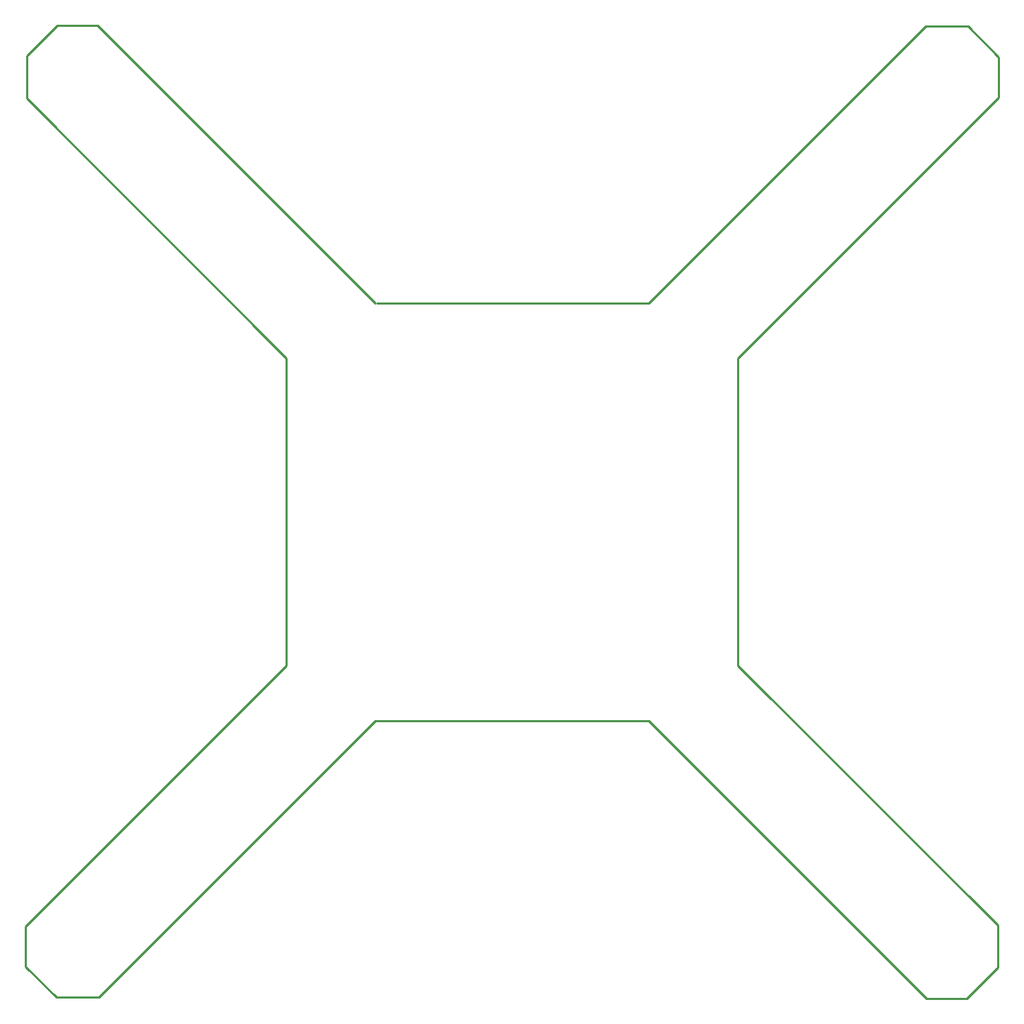
<source format=gko>
%FSLAX25Y25*%
%MOIN*%
G70*
G01*
G75*
G04 Layer_Color=16711935*
G04:AMPARAMS|DCode=10|XSize=78.74mil|YSize=47.24mil|CornerRadius=0mil|HoleSize=0mil|Usage=FLASHONLY|Rotation=45.000|XOffset=0mil|YOffset=0mil|HoleType=Round|Shape=Rectangle|*
%AMROTATEDRECTD10*
4,1,4,-0.01114,-0.04454,-0.04454,-0.01114,0.01114,0.04454,0.04454,0.01114,-0.01114,-0.04454,0.0*
%
%ADD10ROTATEDRECTD10*%

G04:AMPARAMS|DCode=11|XSize=78.74mil|YSize=47.24mil|CornerRadius=0mil|HoleSize=0mil|Usage=FLASHONLY|Rotation=315.000|XOffset=0mil|YOffset=0mil|HoleType=Round|Shape=Rectangle|*
%AMROTATEDRECTD11*
4,1,4,-0.04454,0.01114,-0.01114,0.04454,0.04454,-0.01114,0.01114,-0.04454,-0.04454,0.01114,0.0*
%
%ADD11ROTATEDRECTD11*%

%ADD12O,0.08268X0.01181*%
%ADD13O,0.01181X0.08268*%
G04:AMPARAMS|DCode=14|XSize=59.06mil|YSize=51.18mil|CornerRadius=0mil|HoleSize=0mil|Usage=FLASHONLY|Rotation=225.000|XOffset=0mil|YOffset=0mil|HoleType=Round|Shape=Rectangle|*
%AMROTATEDRECTD14*
4,1,4,0.00278,0.03897,0.03897,0.00278,-0.00278,-0.03897,-0.03897,-0.00278,0.00278,0.03897,0.0*
%
%ADD14ROTATEDRECTD14*%

G04:AMPARAMS|DCode=15|XSize=35.43mil|YSize=37.4mil|CornerRadius=0mil|HoleSize=0mil|Usage=FLASHONLY|Rotation=45.000|XOffset=0mil|YOffset=0mil|HoleType=Round|Shape=Rectangle|*
%AMROTATEDRECTD15*
4,1,4,0.00070,-0.02575,-0.02575,0.00070,-0.00070,0.02575,0.02575,-0.00070,0.00070,-0.02575,0.0*
%
%ADD15ROTATEDRECTD15*%

G04:AMPARAMS|DCode=16|XSize=35.43mil|YSize=37.4mil|CornerRadius=0mil|HoleSize=0mil|Usage=FLASHONLY|Rotation=45.000|XOffset=0mil|YOffset=0mil|HoleType=Round|Shape=Rectangle|*
%AMROTATEDRECTD16*
4,1,4,0.00070,-0.02575,-0.02575,0.00070,-0.00070,0.02575,0.02575,-0.00070,0.00070,-0.02575,0.0*
%
%ADD16ROTATEDRECTD16*%

G04:AMPARAMS|DCode=17|XSize=59.06mil|YSize=51.18mil|CornerRadius=0mil|HoleSize=0mil|Usage=FLASHONLY|Rotation=135.000|XOffset=0mil|YOffset=0mil|HoleType=Round|Shape=Rectangle|*
%AMROTATEDRECTD17*
4,1,4,0.03897,-0.00278,0.00278,-0.03897,-0.03897,0.00278,-0.00278,0.03897,0.03897,-0.00278,0.0*
%
%ADD17ROTATEDRECTD17*%

G04:AMPARAMS|DCode=18|XSize=53.15mil|YSize=15.75mil|CornerRadius=0mil|HoleSize=0mil|Usage=FLASHONLY|Rotation=0.000|XOffset=0mil|YOffset=0mil|HoleType=Round|Shape=Octagon|*
%AMOCTAGOND18*
4,1,8,0.02658,-0.00394,0.02658,0.00394,0.02264,0.00787,-0.02264,0.00787,-0.02658,0.00394,-0.02658,-0.00394,-0.02264,-0.00787,0.02264,-0.00787,0.02658,-0.00394,0.0*
%
%ADD18OCTAGOND18*%

%ADD19R,0.07480X0.09000*%
%ADD20R,0.07480X0.07087*%
G04:AMPARAMS|DCode=21|XSize=35.43mil|YSize=37.4mil|CornerRadius=0mil|HoleSize=0mil|Usage=FLASHONLY|Rotation=135.000|XOffset=0mil|YOffset=0mil|HoleType=Round|Shape=Rectangle|*
%AMROTATEDRECTD21*
4,1,4,0.02575,0.00070,-0.00070,-0.02575,-0.02575,-0.00070,0.00070,0.02575,0.02575,0.00070,0.0*
%
%ADD21ROTATEDRECTD21*%

G04:AMPARAMS|DCode=22|XSize=35.43mil|YSize=37.4mil|CornerRadius=0mil|HoleSize=0mil|Usage=FLASHONLY|Rotation=135.000|XOffset=0mil|YOffset=0mil|HoleType=Round|Shape=Rectangle|*
%AMROTATEDRECTD22*
4,1,4,0.02575,0.00070,-0.00070,-0.02575,-0.02575,-0.00070,0.00070,0.02575,0.02575,0.00070,0.0*
%
%ADD22ROTATEDRECTD22*%

%ADD23R,0.07480X0.02756*%
%ADD24O,0.02362X0.00984*%
%ADD25O,0.00984X0.02362*%
%ADD26R,0.11024X0.10630*%
%ADD27R,0.05906X0.05118*%
%ADD28R,0.05906X0.03937*%
%ADD29R,0.04724X0.01654*%
%ADD30R,0.05118X0.05906*%
%ADD31R,0.03543X0.03740*%
%ADD32R,0.03543X0.03740*%
%ADD33C,0.01000*%
%ADD34C,0.05906*%
%ADD35R,0.05906X0.05906*%
%ADD36R,0.05906X0.05906*%
%ADD37C,0.31496*%
%ADD38C,0.01969*%
%ADD39R,0.06102X0.04331*%
%ADD40R,0.06102X0.04331*%
%ADD41R,0.06102X0.13583*%
%ADD42R,0.07874X0.05906*%
%ADD43R,0.09843X0.07087*%
%ADD44R,0.03937X0.01575*%
%ADD45R,0.03937X0.01575*%
%ADD46R,0.07087X0.09843*%
%ADD47R,0.01575X0.03937*%
%ADD48R,0.01575X0.03937*%
%ADD49C,0.00984*%
%ADD50C,0.02362*%
%ADD51C,0.00787*%
G04:AMPARAMS|DCode=52|XSize=86.74mil|YSize=55.24mil|CornerRadius=0mil|HoleSize=0mil|Usage=FLASHONLY|Rotation=45.000|XOffset=0mil|YOffset=0mil|HoleType=Round|Shape=Rectangle|*
%AMROTATEDRECTD52*
4,1,4,-0.01114,-0.05020,-0.05020,-0.01114,0.01114,0.05020,0.05020,0.01114,-0.01114,-0.05020,0.0*
%
%ADD52ROTATEDRECTD52*%

G04:AMPARAMS|DCode=53|XSize=86.74mil|YSize=55.24mil|CornerRadius=0mil|HoleSize=0mil|Usage=FLASHONLY|Rotation=315.000|XOffset=0mil|YOffset=0mil|HoleType=Round|Shape=Rectangle|*
%AMROTATEDRECTD53*
4,1,4,-0.05020,0.01114,-0.01114,0.05020,0.05020,-0.01114,0.01114,-0.05020,-0.05020,0.01114,0.0*
%
%ADD53ROTATEDRECTD53*%

%ADD54O,0.09068X0.01981*%
%ADD55O,0.01981X0.09068*%
G04:AMPARAMS|DCode=56|XSize=67.06mil|YSize=59.18mil|CornerRadius=0mil|HoleSize=0mil|Usage=FLASHONLY|Rotation=225.000|XOffset=0mil|YOffset=0mil|HoleType=Round|Shape=Rectangle|*
%AMROTATEDRECTD56*
4,1,4,0.00278,0.04463,0.04463,0.00278,-0.00278,-0.04463,-0.04463,-0.00278,0.00278,0.04463,0.0*
%
%ADD56ROTATEDRECTD56*%

G04:AMPARAMS|DCode=57|XSize=43.43mil|YSize=45.4mil|CornerRadius=0mil|HoleSize=0mil|Usage=FLASHONLY|Rotation=45.000|XOffset=0mil|YOffset=0mil|HoleType=Round|Shape=Rectangle|*
%AMROTATEDRECTD57*
4,1,4,0.00070,-0.03141,-0.03141,0.00070,-0.00070,0.03141,0.03141,-0.00070,0.00070,-0.03141,0.0*
%
%ADD57ROTATEDRECTD57*%

G04:AMPARAMS|DCode=58|XSize=43.43mil|YSize=45.4mil|CornerRadius=0mil|HoleSize=0mil|Usage=FLASHONLY|Rotation=45.000|XOffset=0mil|YOffset=0mil|HoleType=Round|Shape=Rectangle|*
%AMROTATEDRECTD58*
4,1,4,0.00070,-0.03141,-0.03141,0.00070,-0.00070,0.03141,0.03141,-0.00070,0.00070,-0.03141,0.0*
%
%ADD58ROTATEDRECTD58*%

G04:AMPARAMS|DCode=59|XSize=67.06mil|YSize=59.18mil|CornerRadius=0mil|HoleSize=0mil|Usage=FLASHONLY|Rotation=135.000|XOffset=0mil|YOffset=0mil|HoleType=Round|Shape=Rectangle|*
%AMROTATEDRECTD59*
4,1,4,0.04463,-0.00278,0.00278,-0.04463,-0.04463,0.00278,-0.00278,0.04463,0.04463,-0.00278,0.0*
%
%ADD59ROTATEDRECTD59*%

G04:AMPARAMS|DCode=60|XSize=61.15mil|YSize=23.75mil|CornerRadius=0mil|HoleSize=0mil|Usage=FLASHONLY|Rotation=0.000|XOffset=0mil|YOffset=0mil|HoleType=Round|Shape=Octagon|*
%AMOCTAGOND60*
4,1,8,0.03058,-0.00594,0.03058,0.00594,0.02464,0.01187,-0.02464,0.01187,-0.03058,0.00594,-0.03058,-0.00594,-0.02464,-0.01187,0.02464,-0.01187,0.03058,-0.00594,0.0*
%
%ADD60OCTAGOND60*%

%ADD61R,0.08280X0.09800*%
%ADD62R,0.08280X0.07887*%
G04:AMPARAMS|DCode=63|XSize=43.43mil|YSize=45.4mil|CornerRadius=0mil|HoleSize=0mil|Usage=FLASHONLY|Rotation=135.000|XOffset=0mil|YOffset=0mil|HoleType=Round|Shape=Rectangle|*
%AMROTATEDRECTD63*
4,1,4,0.03141,0.00070,-0.00070,-0.03141,-0.03141,-0.00070,0.00070,0.03141,0.03141,0.00070,0.0*
%
%ADD63ROTATEDRECTD63*%

G04:AMPARAMS|DCode=64|XSize=43.43mil|YSize=45.4mil|CornerRadius=0mil|HoleSize=0mil|Usage=FLASHONLY|Rotation=135.000|XOffset=0mil|YOffset=0mil|HoleType=Round|Shape=Rectangle|*
%AMROTATEDRECTD64*
4,1,4,0.03141,0.00070,-0.00070,-0.03141,-0.03141,-0.00070,0.00070,0.03141,0.03141,0.00070,0.0*
%
%ADD64ROTATEDRECTD64*%

%ADD65R,0.08280X0.03556*%
%ADD66O,0.03162X0.01784*%
%ADD67O,0.01784X0.03162*%
%ADD68R,0.11824X0.11430*%
%ADD69R,0.06706X0.05918*%
%ADD70R,0.06706X0.04737*%
%ADD71R,0.05524X0.02454*%
%ADD72R,0.05918X0.06706*%
%ADD73R,0.04343X0.04540*%
%ADD74R,0.04343X0.04540*%
%ADD75C,0.06706*%
%ADD76R,0.06706X0.06706*%
%ADD77R,0.06706X0.06706*%
%ADD78C,0.32296*%
%ADD79C,0.02769*%
%ADD80R,0.06902X0.05131*%
%ADD81R,0.06902X0.05131*%
%ADD82R,0.06902X0.14383*%
%ADD83R,0.08674X0.06706*%
%ADD84R,0.10642X0.07887*%
%ADD85R,0.04737X0.02375*%
%ADD86R,0.04737X0.02375*%
%ADD87R,0.07887X0.10642*%
%ADD88R,0.02375X0.04737*%
%ADD89R,0.02375X0.04737*%
%ADD90C,0.00394*%
%ADD91C,0.00700*%
%ADD92C,0.00591*%
D33*
X572500Y1036000D02*
X592500D01*
X442000Y905500D02*
X572500Y1036000D01*
X592500D02*
X607000Y1021500D01*
Y1002500D02*
Y1021500D01*
X484000Y879500D02*
X607000Y1002500D01*
X182000Y1036500D02*
X312994Y905506D01*
X163000Y1036500D02*
X182000D01*
X148500Y1022000D02*
X163000Y1036500D01*
X148500Y1002000D02*
X271000Y879500D01*
X148500Y1002000D02*
Y1022000D01*
X148000Y611500D02*
X271000Y734500D01*
X148000Y592500D02*
Y611500D01*
Y592500D02*
X162500Y578000D01*
X182500D02*
X313000Y708500D01*
X162500Y578000D02*
X182500D01*
X442006Y708494D02*
X573000Y577500D01*
X592000D01*
X606500Y592000D01*
X484000Y734500D02*
X606500Y612000D01*
Y592000D02*
Y612000D01*
X271000Y734500D02*
Y879500D01*
X312839Y708661D02*
X442161D01*
X484000Y734500D02*
Y879500D01*
X313512Y905512D02*
X441988D01*
M02*

</source>
